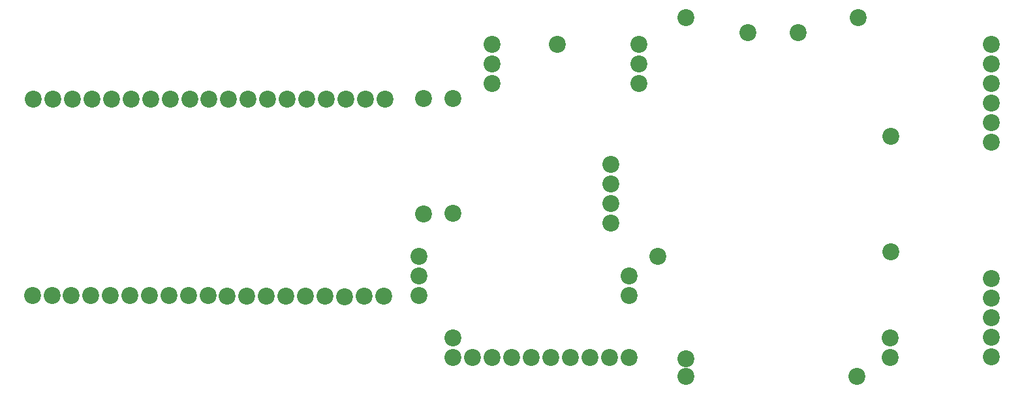
<source format=gbr>
%FSLAX34Y34*%
%MOMM*%
%LNSOLDERMASK_BOTTOM*%
G71*
G01*
%ADD10C, 2.20*%
%LPD*%
X829606Y-457200D02*
G54D10*
D03*
X804206Y-457200D02*
G54D10*
D03*
X778806Y-457200D02*
G54D10*
D03*
X753406Y-457200D02*
G54D10*
D03*
X728006Y-457200D02*
G54D10*
D03*
X702606Y-457200D02*
G54D10*
D03*
X677206Y-457200D02*
G54D10*
D03*
X651806Y-457200D02*
G54D10*
D03*
X626406Y-457200D02*
G54D10*
D03*
X601006Y-457200D02*
G54D10*
D03*
X626406Y-457200D02*
G54D10*
D03*
X651806Y-101600D02*
G54D10*
D03*
X651806Y-76200D02*
G54D10*
D03*
X651806Y-50800D02*
G54D10*
D03*
X562906Y-120650D02*
G54D10*
D03*
X842306Y-50800D02*
G54D10*
D03*
X842306Y-101600D02*
G54D10*
D03*
X842306Y-76200D02*
G54D10*
D03*
X1299506Y-50800D02*
G54D10*
D03*
X1299506Y-76200D02*
G54D10*
D03*
X1299506Y-101600D02*
G54D10*
D03*
X1299506Y-127000D02*
G54D10*
D03*
X1299506Y-152400D02*
G54D10*
D03*
X1299506Y-177800D02*
G54D10*
D03*
X1299506Y-455612D02*
G54D10*
D03*
X1299506Y-430212D02*
G54D10*
D03*
X1299506Y-404812D02*
G54D10*
D03*
X1299506Y-379412D02*
G54D10*
D03*
X1299506Y-354012D02*
G54D10*
D03*
X562906Y-120600D02*
G54D10*
D03*
X562906Y-270600D02*
G54D10*
D03*
X106362Y-376206D02*
G54D10*
D03*
X107950Y-121444D02*
G54D10*
D03*
X131762Y-376206D02*
G54D10*
D03*
X133350Y-121444D02*
G54D10*
D03*
X157162Y-376206D02*
G54D10*
D03*
X158750Y-121444D02*
G54D10*
D03*
X182562Y-376206D02*
G54D10*
D03*
X184150Y-121444D02*
G54D10*
D03*
X207962Y-376206D02*
G54D10*
D03*
X209550Y-121444D02*
G54D10*
D03*
X233362Y-376206D02*
G54D10*
D03*
X234950Y-121444D02*
G54D10*
D03*
X258762Y-376206D02*
G54D10*
D03*
X260350Y-121444D02*
G54D10*
D03*
X284162Y-376206D02*
G54D10*
D03*
X284956Y-121444D02*
G54D10*
D03*
X308769Y-377000D02*
G54D10*
D03*
X310356Y-121444D02*
G54D10*
D03*
X334169Y-377000D02*
G54D10*
D03*
X335756Y-121444D02*
G54D10*
D03*
X359569Y-377000D02*
G54D10*
D03*
X361156Y-121444D02*
G54D10*
D03*
X384969Y-377000D02*
G54D10*
D03*
X386556Y-121444D02*
G54D10*
D03*
X410369Y-377000D02*
G54D10*
D03*
X411956Y-121444D02*
G54D10*
D03*
X435769Y-377000D02*
G54D10*
D03*
X437356Y-121444D02*
G54D10*
D03*
X461169Y-377794D02*
G54D10*
D03*
X462756Y-121444D02*
G54D10*
D03*
X82550Y-121444D02*
G54D10*
D03*
X57150Y-121444D02*
G54D10*
D03*
X488156Y-121444D02*
G54D10*
D03*
X513556Y-121444D02*
G54D10*
D03*
X485775Y-377000D02*
G54D10*
D03*
X511175Y-377000D02*
G54D10*
D03*
X81756Y-376206D02*
G54D10*
D03*
X56356Y-376206D02*
G54D10*
D03*
X806450Y-206375D02*
G54D10*
D03*
X806450Y-231775D02*
G54D10*
D03*
X806450Y-257175D02*
G54D10*
D03*
X806450Y-282575D02*
G54D10*
D03*
X1168400Y-431800D02*
G54D10*
D03*
X1168400Y-457200D02*
G54D10*
D03*
X903288Y-15875D02*
G54D10*
D03*
X1127125Y-15875D02*
G54D10*
D03*
X903287Y-481013D02*
G54D10*
D03*
X1125538Y-481012D02*
G54D10*
D03*
X601662Y-431800D02*
G54D10*
D03*
X1049337Y-34924D02*
G54D10*
D03*
X984250Y-34924D02*
G54D10*
D03*
X1169331Y-169812D02*
G54D10*
D03*
X1169331Y-319812D02*
G54D10*
D03*
X903287Y-458787D02*
G54D10*
D03*
X557212Y-376238D02*
G54D10*
D03*
X830262Y-376238D02*
G54D10*
D03*
X830262Y-376238D02*
G54D10*
D03*
X557212Y-325438D02*
G54D10*
D03*
X557212Y-350838D02*
G54D10*
D03*
X830262Y-350838D02*
G54D10*
D03*
X866775Y-325438D02*
G54D10*
D03*
X601662Y-269875D02*
G54D10*
D03*
X601662Y-120650D02*
G54D10*
D03*
X736600Y-50800D02*
G54D10*
D03*
X736600Y-50800D02*
G54D10*
D03*
M02*

</source>
